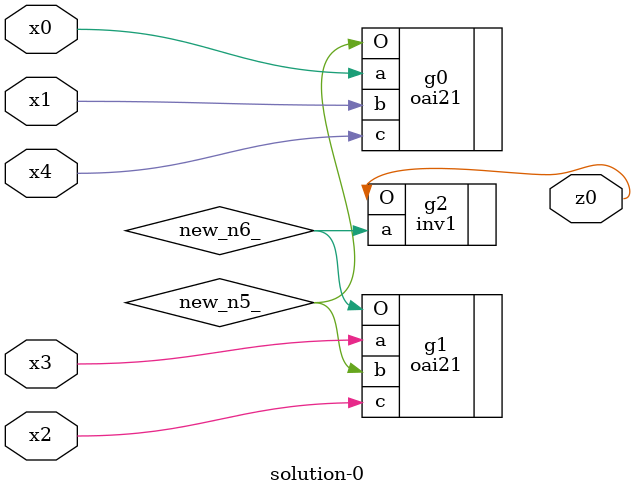
<source format=v>
module \solution-0 (
  x0, x1, x2, x3, x4,
  z0 );
  input x0, x1, x2, x3, x4;
  output z0;
  wire new_n5_, new_n6_;
  oai21  g0(.a(x0), .b(x1), .c(x4), .O(new_n5_));
  oai21  g1(.a(x3), .b(new_n5_), .c(x2), .O(new_n6_));
  inv1  g2(.a(new_n6_), .O(z0));
endmodule

</source>
